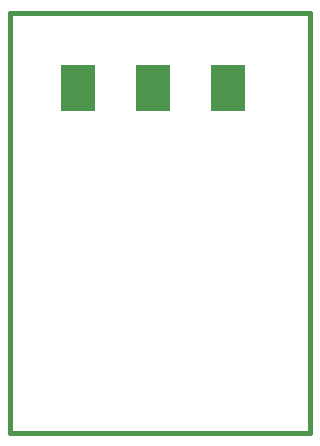
<source format=gbp>
G75*
%MOIN*%
%OFA0B0*%
%FSLAX24Y24*%
%IPPOS*%
%LPD*%
%AMOC8*
5,1,8,0,0,1.08239X$1,22.5*
%
%ADD10C,0.0160*%
%ADD11R,0.1181X0.1575*%
D10*
X000180Y000180D02*
X000180Y014180D01*
X010180Y014180D01*
X010180Y000180D01*
X000180Y000180D01*
D11*
X002430Y011680D03*
X004930Y011680D03*
X007430Y011680D03*
M02*

</source>
